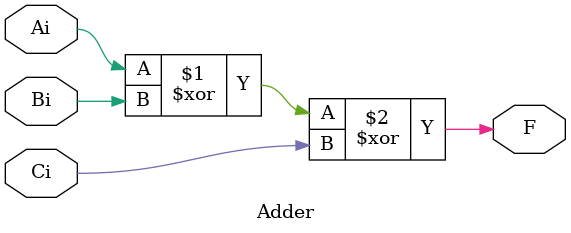
<source format=v>
`timescale 1ns / 1ps
module Adder(
    input Ai,
    input Bi,
    input Ci,
    output F);
	
	xor U1(F,Ai,Bi,Ci);
	
endmodule

</source>
